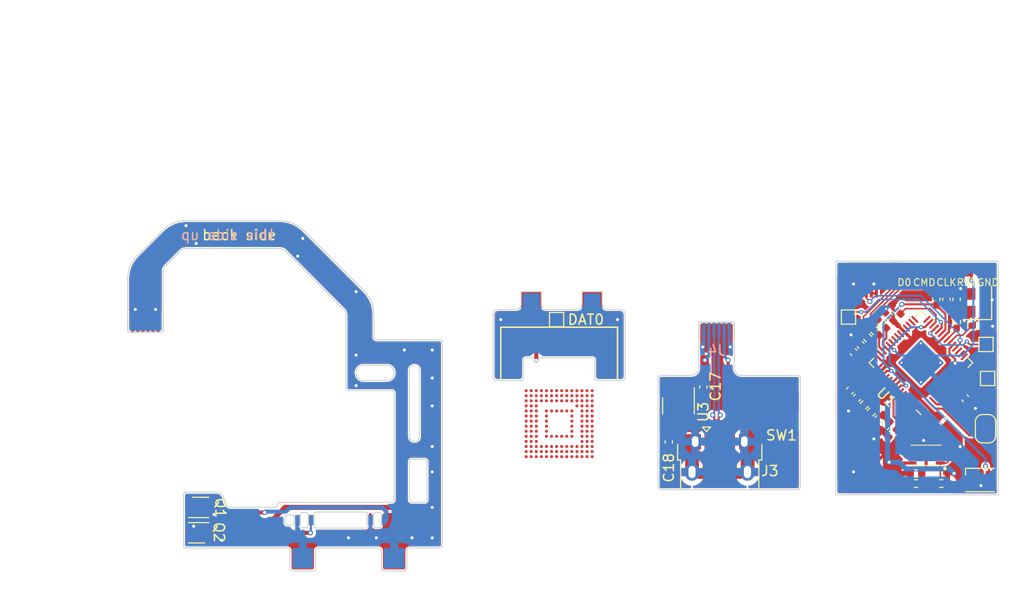
<source format=kicad_pcb>
(kicad_pcb (version 20221018) (generator pcbnew)

  (general
    (thickness 0.115)
  )

  (paper "A4")
  (layers
    (0 "F.Cu" signal)
    (31 "B.Cu" signal)
    (32 "B.Adhes" user "B.Adhesive")
    (33 "F.Adhes" user "F.Adhesive")
    (34 "B.Paste" user)
    (35 "F.Paste" user)
    (36 "B.SilkS" user "B.Silkscreen")
    (37 "F.SilkS" user "F.Silkscreen")
    (38 "B.Mask" user)
    (39 "F.Mask" user)
    (40 "Dwgs.User" user "User.Drawings")
    (41 "Cmts.User" user "User.Comments")
    (42 "Eco1.User" user "User.Eco1")
    (43 "Eco2.User" user "User.Eco2")
    (44 "Edge.Cuts" user)
    (45 "Margin" user)
    (46 "B.CrtYd" user "B.Courtyard")
    (47 "F.CrtYd" user "F.Courtyard")
    (48 "B.Fab" user)
    (49 "F.Fab" user)
    (50 "User.1" user)
    (51 "User.2" user)
    (52 "User.3" user)
    (53 "User.4" user)
    (54 "User.5" user)
    (55 "User.6" user)
    (56 "User.7" user)
    (57 "User.8" user)
    (58 "User.9" user)
  )

  (setup
    (stackup
      (layer "F.SilkS" (type "Top Silk Screen"))
      (layer "F.Paste" (type "Top Solder Paste"))
      (layer "F.Mask" (type "Top Solder Mask") (thickness 0.01))
      (layer "F.Cu" (type "copper") (thickness 0.035))
      (layer "dielectric 1" (type "core") (color "Polyimide") (thickness 0.025) (material "Polyimide") (epsilon_r 3.2) (loss_tangent 0.004))
      (layer "B.Cu" (type "copper") (thickness 0.035))
      (layer "B.Mask" (type "Bottom Solder Mask") (thickness 0.01))
      (layer "B.Paste" (type "Bottom Solder Paste"))
      (layer "B.SilkS" (type "Bottom Silk Screen"))
      (copper_finish "None")
      (dielectric_constraints no)
    )
    (pad_to_mask_clearance 0)
    (pcbplotparams
      (layerselection 0x00010fc_ffffffff)
      (plot_on_all_layers_selection 0x0000000_00000000)
      (disableapertmacros false)
      (usegerberextensions false)
      (usegerberattributes true)
      (usegerberadvancedattributes true)
      (creategerberjobfile true)
      (dashed_line_dash_ratio 12.000000)
      (dashed_line_gap_ratio 3.000000)
      (svgprecision 4)
      (plotframeref false)
      (viasonmask false)
      (mode 1)
      (useauxorigin false)
      (hpglpennumber 1)
      (hpglpenspeed 20)
      (hpglpendiameter 15.000000)
      (dxfpolygonmode true)
      (dxfimperialunits true)
      (dxfusepcbnewfont true)
      (psnegative false)
      (psa4output false)
      (plotreference true)
      (plotvalue true)
      (plotinvisibletext false)
      (sketchpadsonfab false)
      (subtractmaskfromsilk false)
      (outputformat 1)
      (mirror false)
      (drillshape 1)
      (scaleselection 1)
      (outputdirectory "")
    )
  )

  (net 0 "")
  (net 1 "+3V3")
  (net 2 "GND")
  (net 3 "/XIN")
  (net 4 "Net-(C3-Pad2)")
  (net 5 "+1V1")
  (net 6 "GND1")
  (net 7 "VBUS")
  (net 8 "unconnected-(D1-DOUT-Pad2)")
  (net 9 "/STATUS_LED")
  (net 10 "Net-(J6-Pin_3)")
  (net 11 "GND2")
  (net 12 "/QSPI_~{CS}")
  (net 13 "/~{USB_BOOT}")
  (net 14 "/XOUT")
  (net 15 "/USB_DP")
  (net 16 "/DP")
  (net 17 "/NX_CLK")
  (net 18 "Net-(U1-GPIO27_ADC1)")
  (net 19 "/NX_CMD")
  (net 20 "Net-(U1-GPIO28_ADC2)")
  (net 21 "/NX_D0")
  (net 22 "Net-(U1-GPIO29_ADC3)")
  (net 23 "/RP2040_~{USB_BOOT}")
  (net 24 "/TRAINING_RESET_A")
  (net 25 "/TRAINING_RESET_B")
  (net 26 "unconnected-(U1-GPIO2-Pad4)")
  (net 27 "unconnected-(U1-GPIO3-Pad5)")
  (net 28 "unconnected-(U1-GPIO4-Pad6)")
  (net 29 "unconnected-(U1-GPIO5-Pad7)")
  (net 30 "unconnected-(U1-GPIO6-Pad8)")
  (net 31 "unconnected-(U1-GPIO7-Pad9)")
  (net 32 "unconnected-(U1-GPIO8-Pad11)")
  (net 33 "unconnected-(U1-GPIO9-Pad12)")
  (net 34 "unconnected-(U1-GPIO10-Pad13)")
  (net 35 "unconnected-(U1-GPIO11-Pad14)")
  (net 36 "unconnected-(U1-GPIO12-Pad15)")
  (net 37 "unconnected-(U1-GPIO13-Pad16)")
  (net 38 "unconnected-(U1-GPIO14-Pad17)")
  (net 39 "/NX_CPU")
  (net 40 "/SWCLK")
  (net 41 "/SWD")
  (net 42 "/RUN")
  (net 43 "unconnected-(U1-GPIO17-Pad28)")
  (net 44 "unconnected-(U1-GPIO18-Pad29)")
  (net 45 "unconnected-(U1-GPIO19-Pad30)")
  (net 46 "unconnected-(U1-GPIO20-Pad31)")
  (net 47 "unconnected-(U1-GPIO21-Pad32)")
  (net 48 "unconnected-(U1-GPIO22-Pad34)")
  (net 49 "unconnected-(U1-GPIO23-Pad35)")
  (net 50 "unconnected-(U1-GPIO24-Pad36)")
  (net 51 "unconnected-(U1-GPIO25-Pad37)")
  (net 52 "/NX_RST")
  (net 53 "/QSPI_SD3")
  (net 54 "/QSPI_CLK")
  (net 55 "/QSPI_SD0")
  (net 56 "/QSPI_SD2")
  (net 57 "/QSPI_SD1")
  (net 58 "/D+")
  (net 59 "/D-")
  (net 60 "Net-(C16-Pad1)")
  (net 61 "Net-(C15-Pad1)")
  (net 62 "/DAT0")
  (net 63 "GND3")
  (net 64 "unconnected-(J3-ID-Pad4)")
  (net 65 "/USB_DN")
  (net 66 "/DN")

  (footprint "TestPoint:TestPoint_Pad_1.0x1.0mm" (layer "F.Cu") (at 167.25 52.5))

  (footprint "Capacitor_SMD:C_0402_1005Metric_Pad0.74x0.62mm_HandSolder" (layer "F.Cu") (at 178.75 60.5 135))

  (footprint "Capacitor_SMD:C_0402_1005Metric_Pad0.74x0.62mm_HandSolder" (layer "F.Cu") (at 168.1 60.45 45))

  (footprint "Capacitor_SMD:C_0402_1005Metric_Pad0.74x0.62mm_HandSolder" (layer "F.Cu") (at 177.9 50.75 -90))

  (footprint "Resistor_SMD:R_0402_1005Metric_Pad0.72x0.64mm_HandSolder" (layer "F.Cu") (at 171.95 51.75 -45))

  (footprint "TestPoint:TestPoint_Pad_1.0x1.0mm" (layer "F.Cu") (at 138.5 52.75))

  (footprint "Capacitor_SMD:C_0402_1005Metric_Pad0.74x0.62mm_HandSolder" (layer "F.Cu") (at 175.9 50.75 -90))

  (footprint "TestPoint:TestPoint_Pad_1.0x1.0mm" (layer "F.Cu") (at 177 48))

  (footprint "TestPoint:TestPoint_Pad_1.0x1.0mm" (layer "F.Cu") (at 181 48))

  (footprint "TestPoint:TestPoint_Pad_1.0x1.0mm" (layer "F.Cu") (at 180.8 55.2))

  (footprint "flexifly:HCTL_HC-FPC-05-09-6RLTAG_1x06-1MP_P0.50mm_Horizontal" (layer "F.Cu") (at 168.75 47.275 180))

  (footprint "TestPoint:TestPoint_Pad_1.0x1.0mm" (layer "F.Cu") (at 179 48))

  (footprint "Capacitor_SMD:C_0402_1005Metric_Pad0.74x0.62mm_HandSolder" (layer "F.Cu") (at 171.6 63.95 45))

  (footprint "Crystal:Crystal_SMD_2520-4Pin_2.5x2.0mm" (layer "F.Cu") (at 179.95 51.1 90))

  (footprint "Capacitor_SMD:C_0402_1005Metric_Pad0.74x0.62mm_HandSolder" (layer "F.Cu") (at 170.2 62.55 45))

  (footprint "flexifly:FBGA_153_P0.50mm" (layer "F.Cu") (at 138.75 63))

  (footprint "Resistor_SMD:R_0402_1005Metric_Pad0.72x0.64mm_HandSolder" (layer "F.Cu") (at 169.5 61.85 45))

  (footprint "Capacitor_SMD:C_0402_1005Metric_Pad0.74x0.62mm_HandSolder" (layer "F.Cu") (at 176.55 62.75 135))

  (footprint "Capacitor_SMD:C_0402_1005Metric_Pad0.74x0.62mm_HandSolder" (layer "F.Cu") (at 152.95 59.4 90))

  (footprint "flexifly:W25QxxxxUXxx" (layer "F.Cu") (at 174.9 66.125))

  (footprint "Capacitor_SMD:C_0402_1005Metric_Pad0.74x0.62mm_HandSolder" (layer "F.Cu") (at 176.9 50.75 -90))

  (footprint "TestPoint:TestPoint_Pad_1.0x1.0mm" (layer "F.Cu") (at 180.95 58.55))

  (footprint "TestPoint:TestPoint_Pad_1.0x1.0mm" (layer "F.Cu") (at 175 48))

  (footprint "Capacitor_SMD:C_0402_1005Metric_Pad0.74x0.62mm_HandSolder" (layer "F.Cu") (at 171.25 52.45 -45))

  (footprint "Capacitor_SMD:C_0402_1005Metric_Pad0.74x0.62mm_HandSolder" (layer "F.Cu") (at 149.55 64.8 -90))

  (footprint "TestPoint:TestPoint_Pad_1.0x1.0mm" (layer "F.Cu") (at 173 48))

  (footprint "flexifly:MicroFET_2x2" (layer "F.Cu") (at 103.25 73.75 90))

  (footprint "TestPoint:TestPoint_Pad_2.0x2.0mm" (layer "F.Cu") (at 136 51))

  (footprint "flexifly:Conn_BGA_shim" (layer "F.Cu") (at 136.5 56.75))

  (footprint "flexifly:SW_SPST_XKB_1187A-B-A-B" (layer "F.Cu") (at 158.75 60.95 180))

  (footprint "TestPoint:TestPoint_Pad_2.0x2.0mm" (layer "F.Cu") (at 142 51))

  (footprint "Capacitor_SMD:C_0402_1005Metric_Pad0.74x0.62mm_HandSolder" (layer "F.Cu") (at 168.45 55.25 -45))

  (footprint "Jumper:SolderJumper-2_P1.3mm_Open_RoundedPad1.0x1.5mm" (layer "F.Cu") (at 180.75 63.5 -90))

  (footprint "Package_TO_SOT_SMD:SOT-23-3" (layer "F.Cu") (at 150.5 61.25 -90))

  (footprint "Capacitor_SMD:C_0402_1005Metric_Pad0.74x0.62mm_HandSolder" (layer "F.Cu") (at 167.75 55.95 -45))

  (footprint "Capacitor_SMD:C_0402_1005Metric_Pad0.74x0.62mm_HandSolder" (layer "F.Cu") (at 180 53.35 180))

  (footprint "flexifly:MicroFET_2x2" (layer "F.Cu") (at 103.25 71.25 -90))

  (footprint "Resistor_SMD:R_0402_1005Metric_Pad0.72x0.64mm_HandSolder" (layer "F.Cu") (at 176.4 68.9 180))

  (footprint "flexifly:FPC_1x06_P0.50mm" (layer "F.Cu") (at 98 53.25 180))

  (footprint "LED_SMD:LED_WS2812B-2020_PLCC4_2.0x2.0mm" (layer "F.Cu") (at 180.2 68.55))

  (footprint "Capacitor_SMD:C_0402_1005Metric_Pad0.74x0.62mm_HandSolder" (layer "F.Cu") (at 170.9 63.25 45))

  (footprint "Capacitor_SMD:C_0402_1005Metric_Pad0.74x0.62mm_HandSolder" (layer "F.Cu") (at 173.9 67.9))

  (footprint "Capacitor_SMD:C_0402_1005Metric_Pad0.74x0.62mm_HandSolder" (layer "F.Cu") (at 167.4 59.75 -135))

  (footprint "Resistor_SMD:R_0402_1005Metric_Pad0.72x0.64mm_HandSolder" (layer "F.Cu") (at 173.9 68.9))

  (footprint "Resistor_SMD:R_0402_1005Metric_Pad0.72x0.64mm_HandSolder" (layer "F.Cu") (at 168.8 61.15 -135))

  (footprint "Connector_USB:USB_Micro-B_Amphenol_10103594-0001LF_Horizontal" (layer "F.Cu") (at 154.595 66.65))

  (footprint "Resistor_SMD:R_0402_1005Metric_Pad0.72x0.64mm_HandSolder" (layer "F.Cu") (at 170.55 53.15 -45))

  (footprint "Package_DFN_QFN:QFN-56-1EP_7x7mm_P0.4mm_EP3.2x3.2mm_ThermalVias" (layer "F.Cu") (at 174.384996 57 135))

  (footprint "Resistor_SMD:R_0402_1005Metric_Pad0.72x0.64mm_HandSolder" (layer "F.Cu") (at 169.15 54.55 -45))

  (footprint "Resistor_SMD:R_0402_1005Metric_Pad0.72x0.64mm_HandSolder" (layer "F.Cu")
    (tstamp f8da2db6-3c2a-40b3-af5f-577390df0c06)
    (at 169.85 53.85 -45)
    (descr "Resistor SMD 0402 (1005 Metric), square (rectangular) end terminal, IPC_7351 nominal with elongated pad for handsoldering. (Body size source: IPC-SM-782 page 72, https://www.pcb-3d.com/wordpress/wp-content/uploads/ipc-sm-782a_amendment_1_and_2.pdf), generated with kicad-footprint-generator")
    (tags "resistor handsolder")
    (property "Sheetfile" "flexifly.kicad_sch")
    (property "Sheetname" "")
    (property "ki_description" "Resistor")
    (property "ki_keywords" "R res resistor")
    (path "/9331f1a7-6c9c-4852-900b-8e2e578931f1")
    (attr smd)
    (fp_text reference "R7" (at 0 -1.17 135) (layer "F.SilkS") hide
        (effects (font (size 1 1) (thickness 0.15)))
      (tstamp 87e52bf9-496c-421f-b607-a65ddba3c8a1)
    )
    (fp_text value "47" (at 0 1.17 135) (layer "F.Fab")
        (effects (font (size 1 1) (thickness 0.15)))
      (tstamp 816be45f-c22a-4c8a-929b-c88a72f5805a)
    )
    (fp_text user "${REFERENCE}" (at 0 0 135) (layer "F.Fab")
        (effects (font (size 0.26 0.26) (thickness 0.04)))
      (tstamp f7f06830-9af8-4354-b364-c2b3f5f3c439)
    )
    (fp_line (start -0.167621 -0.38) (end 0.167621 -0.38)
      (stroke (width 0.12) (type solid)) (layer "F.SilkS") (tstamp 508cfacf-fbc3-43b6-90a6-e68fad9a523e))
    (fp_line (start -0.167621 0.38) (end 0.167621 0.38)
      (stroke (width 0.12) (type solid)) (layer "F.SilkS") (tstamp fd0226f9-b7cc-435e-850d-dfe3bb6d22c0))
    (fp_line (start -1.1 -0.47) (end 1.1 -0.47)
      (stroke (width 0.05) (type solid)) (layer "F.CrtYd") (tstamp 2c3cf2b6-4183-495a-8347-ad24dd68ac67))
    (fp_line (start -1.1 0.47) (end -1.1 -0.47)
      (stroke (width 0.05) (type solid)) (layer "F.CrtYd") (tstamp b226478b-8a4a-4438-aef9-509280d95251))
    (fp_line (start 1.1 -0.47) (end 1.1 0.47)
      (stroke (width 0.05) (type solid)) (layer "F.CrtYd") (tstamp b987197f-c7f6-42e8-85f0-35e9321826a2))
    (fp_line (start 1.1 0.47) (end -1.1 0.47)
      (stroke (width 0.05) (type solid)) (layer "F.CrtYd") (tstamp 0f5b2be2-c5a6-4825-b5fb-26de2714ae31))
    (fp_line (start -0.525 -0.27) (end 0.525 -0.27)
      (stroke (width 0.1) (type solid)) (layer "F.Fab") (tstamp d5332dc6-4744-4fea-982e-dc7fe284f483))
    (fp_line (start -0.525 0.27) (end -0.525 -0.27)
      (stroke (width 0.1) (type solid)) (layer "F.Fab") (tstamp 084313fe-b242-4414-b026-55783f106086))
    (fp_line (start 0.525 -0.27) (end 0.525 0.27)
      (stroke (width 0.1) (type solid)) (layer "F.Fab") (tstamp 613676da-5c7e-44cc-9a25-5e0189ec5cf7))
    (fp_line (start 0.525 0.27) (end -0.525 0.27)
      (stroke (width 0.1) (type solid)) (layer "F.Fab") (tstamp b102f3e0-cda5-4a48-97e8-b2c5ebb56b57))
    (pad "1" smd roundrect (at -0.5975 0 315) (size 0.715 0.64) (layers "F.Cu" "F.Paste" "F.Mask") (roundrect_rratio 0.25)
      (net 19 "/NX_CMD") (pintype "passive") (tstamp bdb7fdbc-3392-434b-b483-0b
... [321350 chars truncated]
</source>
